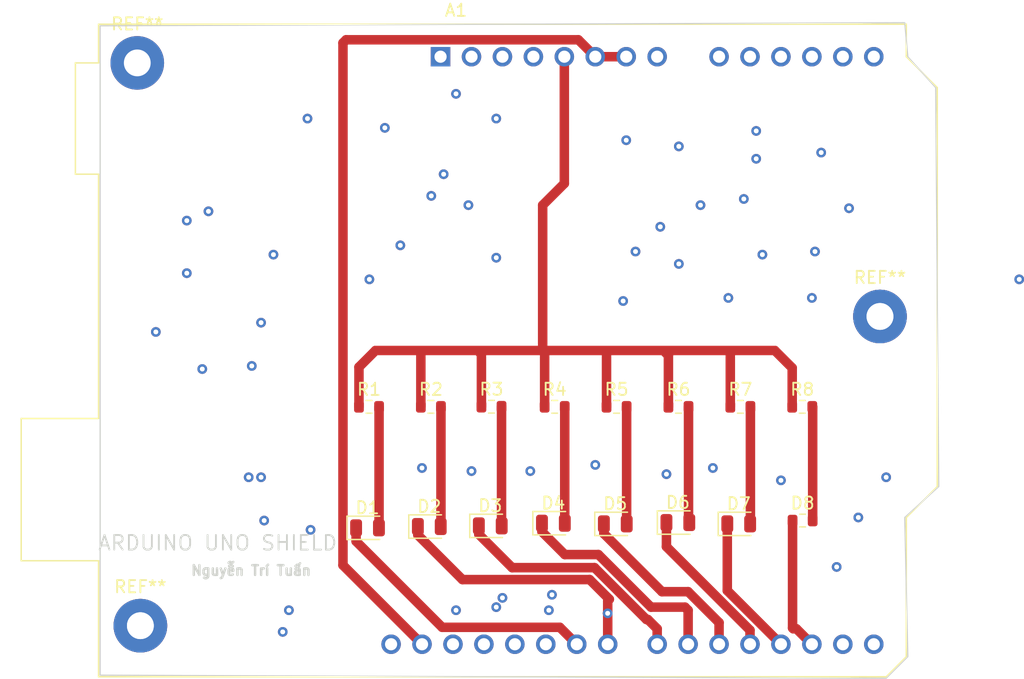
<source format=kicad_pcb>
(kicad_pcb (version 20221018) (generator pcbnew)
  (layers (0 "F.Cu" signal) (31 "B.Cu" signal) (34 "B.Paste" user) (35 "F.Paste" user) (36 "B.SilkS" user "B.Silkscreen") (37 "F.SilkS" user "F.Silkscreen") (38 "B.Mask" user) (39 "F.Mask" user) (44 "Edge.Cuts" user))
  (net 0 "")
  (net 5 "Net-(A1-+5V)")
  (net 6 "GND")
  (net 16 "Net-(A1-D2)")
  (net 17 "Net-(A1-D3)")
  (net 18 "Net-(A1-D4)")
  (net 19 "Net-(A1-D5)")
  (net 20 "Net-(A1-D6)")
  (net 21 "Net-(A1-D7)")
  (net 22 "Net-(A1-D8)")
  (net 23 "Net-(A1-D9)")
  (net 29 "Net-(D1-A)")
  (net 30 "Net-(D2-A)")
  (net 31 "Net-(D3-A)")
  (net 32 "Net-(D4-A)")
  (net 33 "Net-(D5-A)")
  (net 34 "Net-(D6-A)")
  (net 35 "Net-(D7-A)")
  (net 36 "Net-(D8-A)")
  (footprint "MountingHole:MountingHole_2.2mm_M2_Pad" (layer "F.Cu") (at 178.308 92.456)
    (fp_text reference "REF**" (at 0 -3.2) (layer "F.SilkS"))
    (fp_text value "MountingHole_2.2mm_M2_Pad")
    (pad "1" thru_hole circle (at 0 0) (size 4.4 4.4) (drill 2.2) (layers "*.Cu" "*.Mask"))
  )
  (footprint "" (layer "F.Cu") (at 117.602 117.856)
    (fp_text reference "" (at 0 0) (layer "F.SilkS") (effects (font (size 1.27 1.27))))
    (fp_text value "" (at 0 0) (layer "F.SilkS") (effects (font (size 1.27 1.27))))
    (pad "1" thru_hole circle (at 0 0) (size 4.4 4.4) (drill 2.2) (layers "*.Cu" "*.Mask"))
  )
  (footprint "LED_SMD:LED_0805_2012Metric" (layer "F.Cu") (at 146.321889 109.656178)
    (fp_text reference "D3" (at 0 -1.65) (layer "F.SilkS"))
    (fp_text value "LED")
    (fp_line (start -1.685 -0.96) (end -1.685 0.96) (stroke (width 0.12)) (layer "F.SilkS"))
    (fp_line (start -1.685 0.96) (end 1 0.96) (stroke (width 0.12)) (layer "F.SilkS"))
    (fp_line (start 1 -0.96) (end -1.685 -0.96) (stroke (width 0.12)) (layer "F.SilkS"))
    (pad "1" smd roundrect (at -0.9375 0) (size 0.975 1.4) (layers "F.Cu" "F.Paste" "F.Mask") (net 21 "Net-(A1-D7)"))
    (pad "2" smd roundrect (at 0.9375 0) (size 0.975 1.4) (layers "F.Cu" "F.Paste" "F.Mask") (net 31 "Net-(D3-A)"))
  )
  (footprint "LED_SMD:LED_0805_2012Metric" (layer "F.Cu") (at 136.24588 109.819745)
    (fp_text reference "D1" (at 0 -1.65) (layer "F.SilkS"))
    (fp_text value "LED")
    (fp_line (start -1.685 -0.96) (end -1.685 0.96) (stroke (width 0.12)) (layer "F.SilkS"))
    (fp_line (start -1.685 0.96) (end 1 0.96) (stroke (width 0.12)) (layer "F.SilkS"))
    (fp_line (start 1 -0.96) (end -1.685 -0.96) (stroke (width 0.12)) (layer "F.SilkS"))
    (pad "1" smd roundrect (at -0.9375 0) (size 0.975 1.4) (layers "F.Cu" "F.Paste" "F.Mask") (net 23 "Net-(A1-D9)"))
    (pad "2" smd roundrect (at 0.9375 0) (size 0.975 1.4) (layers "F.Cu" "F.Paste" "F.Mask") (net 29 "Net-(D1-A)"))
  )
  (footprint "LED_SMD:LED_0805_2012Metric" (layer "F.Cu") (at 166.713237 109.492611)
    (fp_text reference "D7" (at 0 -1.65) (layer "F.SilkS"))
    (fp_text value "LED")
    (fp_line (start -1.685 -0.96) (end -1.685 0.96) (stroke (width 0.12)) (layer "F.SilkS"))
    (fp_line (start -1.685 0.96) (end 1 0.96) (stroke (width 0.12)) (layer "F.SilkS"))
    (fp_line (start 1 -0.96) (end -1.685 -0.96) (stroke (width 0.12)) (layer "F.SilkS"))
    (pad "1" smd roundrect (at -0.9375 0) (size 0.975 1.4) (layers "F.Cu" "F.Paste" "F.Mask") (net 17 "Net-(A1-D3)"))
    (pad "2" smd roundrect (at 0.9375 0) (size 0.975 1.4) (layers "F.Cu" "F.Paste" "F.Mask") (net 35 "Net-(D7-A)"))
  )
  (footprint "Resistor_SMD:R_0603_1608Metric" (layer "F.Cu") (at 171.92805 99.877835)
    (fp_text reference "R8" (at 0 -1.43) (layer "F.SilkS"))
    (fp_text value "247")
    (fp_line (start -0.237258 -0.5225) (end 0.237258 -0.5225) (stroke (width 0.12)) (layer "F.SilkS"))
    (fp_line (start -0.237258 0.5225) (end 0.237258 0.5225) (stroke (width 0.12)) (layer "F.SilkS"))
    (pad "1" smd roundrect (at -0.825 0) (size 0.8 0.95) (layers "F.Cu" "F.Paste" "F.Mask") (net 5 "Net-(A1-+5V)"))
    (pad "2" smd roundrect (at 0.825 0) (size 0.8 0.95) (layers "F.Cu" "F.Paste" "F.Mask") (net 36 "Net-(D8-A)"))
  )
  (footprint "Resistor_SMD:R_0603_1608Metric" (layer "F.Cu") (at 146.419915 99.869085)
    (fp_text reference "R3" (at 0 -1.43) (layer "F.SilkS"))
    (fp_text value "247")
    (fp_line (start -0.237258 -0.5225) (end 0.237258 -0.5225) (stroke (width 0.12)) (layer "F.SilkS"))
    (fp_line (start -0.237258 0.5225) (end 0.237258 0.5225) (stroke (width 0.12)) (layer "F.SilkS"))
    (pad "1" smd roundrect (at -0.825 0) (size 0.8 0.95) (layers "F.Cu" "F.Paste" "F.Mask") (net 5 "Net-(A1-+5V)"))
    (pad "2" smd roundrect (at 0.825 0) (size 0.8 0.95) (layers "F.Cu" "F.Paste" "F.Mask") (net 31 "Net-(D3-A)"))
  )
  (footprint "Resistor_SMD:R_0603_1608Metric" (layer "F.Cu") (at 151.60805 99.877835)
    (fp_text reference "R4" (at 0 -1.43) (layer "F.SilkS"))
    (fp_text value "247")
    (fp_line (start -0.237258 -0.5225) (end 0.237258 -0.5225) (stroke (width 0.12)) (layer "F.SilkS"))
    (fp_line (start -0.237258 0.5225) (end 0.237258 0.5225) (stroke (width 0.12)) (layer "F.SilkS"))
    (pad "1" smd roundrect (at -0.825 0) (size 0.8 0.95) (layers "F.Cu" "F.Paste" "F.Mask") (net 5 "Net-(A1-+5V)"))
    (pad "2" smd roundrect (at 0.825 0) (size 0.8 0.95) (layers "F.Cu" "F.Paste" "F.Mask") (net 32 "Net-(D4-A)"))
  )
  (footprint "Resistor_SMD:R_0603_1608Metric" (layer "F.Cu") (at 161.76805 99.877835)
    (fp_text reference "R6" (at 0 -1.43) (layer "F.SilkS"))
    (fp_text value "247")
    (fp_line (start -0.237258 -0.5225) (end 0.237258 -0.5225) (stroke (width 0.12)) (layer "F.SilkS"))
    (fp_line (start -0.237258 0.5225) (end 0.237258 0.5225) (stroke (width 0.12)) (layer "F.SilkS"))
    (pad "1" smd roundrect (at -0.825 0) (size 0.8 0.95) (layers "F.Cu" "F.Paste" "F.Mask") (net 5 "Net-(A1-+5V)"))
    (pad "2" smd roundrect (at 0.825 0) (size 0.8 0.95) (layers "F.Cu" "F.Paste" "F.Mask") (net 34 "Net-(D6-A)"))
  )
  (footprint "Resistor_SMD:R_0603_1608Metric" (layer "F.Cu") (at 156.68805 99.877835)
    (fp_text reference "R5" (at 0 -1.43) (layer "F.SilkS"))
    (fp_text value "247")
    (fp_line (start -0.237258 -0.5225) (end 0.237258 -0.5225) (stroke (width 0.12)) (layer "F.SilkS"))
    (fp_line (start -0.237258 0.5225) (end 0.237258 0.5225) (stroke (width 0.12)) (layer "F.SilkS"))
    (pad "1" smd roundrect (at -0.825 0) (size 0.8 0.95) (layers "F.Cu" "F.Paste" "F.Mask") (net 5 "Net-(A1-+5V)"))
    (pad "2" smd roundrect (at 0.825 0) (size 0.8 0.95) (layers "F.Cu" "F.Paste" "F.Mask") (net 33 "Net-(D5-A)"))
  )
  (footprint "MountingHole:MountingHole_2.2mm_M2_Pad" (layer "F.Cu") (at 117.348 71.628)
    (fp_text reference "REF**" (at 0 -3.2) (layer "F.SilkS"))
    (fp_text value "MountingHole_2.2mm_M2_Pad")
    (pad "1" thru_hole circle (at 0 0) (size 4.4 4.4) (drill 2.2) (layers "*.Cu" "*.Mask"))
  )
  (footprint "Resistor_SMD:R_0603_1608Metric" (layer "F.Cu") (at 166.84805 99.877835)
    (fp_text reference "R7" (at 0 -1.43) (layer "F.SilkS"))
    (fp_text value "247")
    (fp_line (start -0.237258 -0.5225) (end 0.237258 -0.5225) (stroke (width 0.12)) (layer "F.SilkS"))
    (fp_line (start -0.237258 0.5225) (end 0.237258 0.5225) (stroke (width 0.12)) (layer "F.SilkS"))
    (pad "1" smd roundrect (at -0.825 0) (size 0.8 0.95) (layers "F.Cu" "F.Paste" "F.Mask") (net 5 "Net-(A1-+5V)"))
    (pad "2" smd roundrect (at 0.825 0) (size 0.8 0.95) (layers "F.Cu" "F.Paste" "F.Mask") (net 35 "Net-(D7-A)"))
  )
  (footprint "LED_SMD:LED_0805_2012Metric" (layer "F.Cu") (at 156.582706 109.492611)
    (fp_text reference "D5" (at 0 -1.65) (layer "F.SilkS"))
    (fp_text value "LED")
    (fp_line (start -1.685 -0.96) (end -1.685 0.96) (stroke (width 0.12)) (layer "F.SilkS"))
    (fp_line (start -1.685 0.96) (end 1 0.96) (stroke (width 0.12)) (layer "F.SilkS"))
    (fp_line (start 1 -0.96) (end -1.685 -0.96) (stroke (width 0.12)) (layer "F.SilkS"))
    (pad "1" smd roundrect (at -0.9375 0) (size 0.975 1.4) (layers "F.Cu" "F.Paste" "F.Mask") (net 19 "Net-(A1-D5)"))
    (pad "2" smd roundrect (at 0.9375 0) (size 0.975 1.4) (layers "F.Cu" "F.Paste" "F.Mask") (net 33 "Net-(D5-A)"))
  )
  (footprint "LED_SMD:LED_0805_2012Metric" (layer "F.Cu") (at 161.718424 109.383567)
    (fp_text reference "D6" (at 0 -1.65) (layer "F.SilkS"))
    (fp_text value "LED")
    (fp_line (start -1.685 -0.96) (end -1.685 0.96) (stroke (width 0.12)) (layer "F.SilkS"))
    (fp_line (start -1.685 0.96) (end 1 0.96) (stroke (width 0.12)) (layer "F.SilkS"))
    (fp_line (start 1 -0.96) (end -1.685 -0.96) (stroke (width 0.12)) (layer "F.SilkS"))
    (pad "1" smd roundrect (at -0.9375 0) (size 0.975 1.4) (layers "F.Cu" "F.Paste" "F.Mask") (net 18 "Net-(A1-D4)"))
    (pad "2" smd roundrect (at 0.9375 0) (size 0.975 1.4) (layers "F.Cu" "F.Paste" "F.Mask") (net 34 "Net-(D6-A)"))
  )
  (footprint "MountingHole:MountingHole_2.2mm_M2_Pad" (layer "F.Cu") (at 117.602 117.856)
    (fp_text reference "REF**" (at 0 -3.2) (layer "F.SilkS"))
    (fp_text value "MountingHole_2.2mm_M2_Pad")
    (pad "1" thru_hole circle (at 0 0) (size 4.4 4.4) (drill 2.2) (layers "*.Cu" "*.Mask"))
  )
  (footprint "LED_SMD:LED_0805_2012Metric" (layer "F.Cu") (at 151.501509 109.438089)
    (fp_text reference "D4" (at 0 -1.65) (layer "F.SilkS"))
    (fp_text value "LED")
    (fp_line (start -1.685 -0.96) (end -1.685 0.96) (stroke (width 0.12)) (layer "F.SilkS"))
    (fp_line (start -1.685 0.96) (end 1 0.96) (stroke (width 0.12)) (layer "F.SilkS"))
    (fp_line (start 1 -0.96) (end -1.685 -0.96) (stroke (width 0.12)) (layer "F.SilkS"))
    (pad "1" smd roundrect (at -0.9375 0) (size 0.975 1.4) (layers "F.Cu" "F.Paste" "F.Mask") (net 20 "Net-(A1-D6)"))
    (pad "2" smd roundrect (at 0.9375 0) (size 0.975 1.4) (layers "F.Cu" "F.Paste" "F.Mask") (net 32 "Net-(D4-A)"))
  )
  (footprint "LED_SMD:LED_0805_2012Metric" (layer "F.Cu") (at 141.316456 109.710701)
    (fp_text reference "D2" (at 0 -1.65) (layer "F.SilkS"))
    (fp_text value "LED")
    (fp_line (start -1.685 -0.96) (end -1.685 0.96) (stroke (width 0.12)) (layer "F.SilkS"))
    (fp_line (start -1.685 0.96) (end 1 0.96) (stroke (width 0.12)) (layer "F.SilkS"))
    (fp_line (start 1 -0.96) (end -1.685 -0.96) (stroke (width 0.12)) (layer "F.SilkS"))
    (pad "1" smd roundrect (at -0.9375 0) (size 0.975 1.4) (layers "F.Cu" "F.Paste" "F.Mask") (net 22 "Net-(A1-D8)"))
    (pad "2" smd roundrect (at 0.9375 0) (size 0.975 1.4) (layers "F.Cu" "F.Paste" "F.Mask") (net 30 "Net-(D2-A)"))
  )
  (footprint "Resistor_SMD:R_0603_1608Metric" (layer "F.Cu") (at 171.958 109.22)
    (fp_text reference "D8" (at 0 -1.43) (layer "F.SilkS"))
    (fp_text value "LED")
    (fp_line (start -0.237258 -0.5225) (end 0.237258 -0.5225) (stroke (width 0.12)) (layer "F.SilkS"))
    (fp_line (start -0.237258 0.5225) (end 0.237258 0.5225) (stroke (width 0.12)) (layer "F.SilkS"))
    (pad "1" smd roundrect (at -0.825 0) (size 0.8 0.95) (layers "F.Cu" "F.Paste" "F.Mask") (net 16 "Net-(A1-D2)"))
    (pad "2" smd roundrect (at 0.825 0) (size 0.8 0.95) (layers "F.Cu" "F.Paste" "F.Mask") (net 36 "Net-(D8-A)"))
  )
  (footprint "Module:Arduino_UNO_R2" (layer "F.Cu") (at 142.24 71.12)
    (fp_text reference "A1" (at 1.27 -3.81 180) (layer "F.SilkS"))
    (fp_text value "Arduino_UNO_R2")
    (fp_line (start -34.42 29.72) (end -34.42 41.4) (stroke (width 0.12)) (layer "F.SilkS"))
    (fp_line (start -34.42 41.4) (end -28.07 41.4) (stroke (width 0.12)) (layer "F.SilkS"))
    (fp_line (start -29.97 0.51) (end -29.97 9.65) (stroke (width 0.12)) (layer "F.SilkS"))
    (fp_line (start -29.97 9.65) (end -28.07 9.65) (stroke (width 0.12)) (layer "F.SilkS"))
    (fp_line (start -28.07 -2.67) (end -28.07 0.51) (stroke (width 0.12)) (layer "F.SilkS"))
    (fp_line (start -28.07 0.51) (end -29.97 0.51) (stroke (width 0.12)) (layer "F.SilkS"))
    (fp_line (start -28.07 9.65) (end -28.07 29.72) (stroke (width 0.12)) (layer "F.SilkS"))
    (fp_line (start -28.07 29.72) (end -34.42 29.72) (stroke (width 0.12)) (layer "F.SilkS"))
    (fp_line (start -28.07 41.4) (end -28.07 50.93) (stroke (width 0.12)) (layer "F.SilkS"))
    (fp_line (start -28.07 50.93) (end 36.58 50.93) (stroke (width 0.12)) (layer "F.SilkS"))
    (fp_line (start 36.58 50.93) (end 38.23 49.28) (stroke (width 0.12)) (layer "F.SilkS"))
    (fp_line (start 38.23 -2.67) (end -28.07 -2.67) (stroke (width 0.12)) (layer "F.SilkS"))
    (fp_line (start 38.23 0) (end 38.23 -2.67) (stroke (width 0.12)) (layer "F.SilkS"))
    (fp_line (start 38.23 37.85) (end 40.77 35.31) (stroke (width 0.12)) (layer "F.SilkS"))
    (fp_line (start 38.23 49.28) (end 38.23 37.85) (stroke (width 0.12)) (layer "F.SilkS"))
    (fp_line (start 40.77 2.54) (end 38.23 0) (stroke (width 0.12)) (layer "F.SilkS"))
    (fp_line (start 40.77 35.31) (end 40.77 2.54) (stroke (width 0.12)) (layer "F.SilkS"))
    (pad "1" thru_hole rect (at 0 0 90) (size 1.6 1.6) (drill 1) (layers "*.Cu" "*.Mask"))
    (pad "2" thru_hole oval (at 2.54 0 90) (size 1.6 1.6) (drill 1) (layers "*.Cu" "*.Mask"))
    (pad "3" thru_hole oval (at 5.08 0 90) (size 1.6 1.6) (drill 1) (layers "*.Cu" "*.Mask"))
    (pad "4" thru_hole oval (at 7.62 0 90) (size 1.6 1.6) (drill 1) (layers "*.Cu" "*.Mask"))
    (pad "5" thru_hole oval (at 10.16 0 90) (size 1.6 1.6) (drill 1) (layers "*.Cu" "*.Mask") (net 5 "Net-(A1-+5V)"))
    (pad "6" thru_hole oval (at 12.7 0 90) (size 1.6 1.6) (drill 1) (layers "*.Cu" "*.Mask") (net 6 "GND"))
    (pad "7" thru_hole oval (at 15.24 0 90) (size 1.6 1.6) (drill 1) (layers "*.Cu" "*.Mask") (net 6 "GND"))
    (pad "8" thru_hole oval (at 17.78 0 90) (size 1.6 1.6) (drill 1) (layers "*.Cu" "*.Mask"))
    (pad "9" thru_hole oval (at 22.86 0 90) (size 1.6 1.6) (drill 1) (layers "*.Cu" "*.Mask"))
    (pad "10" thru_hole oval (at 25.4 0 90) (size 1.6 1.6) (drill 1) (layers "*.Cu" "*.Mask"))
    (pad "11" thru_hole oval (at 27.94 0 90) (size 1.6 1.6) (drill 1) (layers "*.Cu" "*.Mask"))
    (pad "12" thru_hole oval (at 30.48 0 90) (size 1.6 1.6) (drill 1) (layers "*.Cu" "*.Mask"))
    (pad "13" thru_hole oval (at 33.02 0 90) (size 1.6 1.6) (drill 1) (layers "*.Cu" "*.Mask"))
    (pad "14" thru_hole oval (at 35.56 0 90) (size 1.6 1.6) (drill 1) (layers "*.Cu" "*.Mask"))
    (pad "15" thru_hole oval (at 35.56 48.26 90) (size 1.6 1.6) (drill 1) (layers "*.Cu" "*.Mask"))
    (pad "16" thru_hole oval (at 33.02 48.26 90) (size 1.6 1.6) (drill 1) (layers "*.Cu" "*.Mask"))
    (pad "17" thru_hole oval (at 30.48 48.26 90) (size 1.6 1.6) (drill 1) (layers "*.Cu" "*.Mask") (net 16 "Net-(A1-D2)"))
    (pad "18" thru_hole oval (at 27.94 48.26 90) (size 1.6 1.6) (drill 1) (layers "*.Cu" "*.Mask") (net 17 "Net-(A1-D3)"))
    (pad "19" thru_hole oval (at 25.4 48.26 90) (size 1.6 1.6) (drill 1) (layers "*.Cu" "*.Mask") (net 18 "Net-(A1-D4)"))
    (pad "20" thru_hole oval (at 22.86 48.26 90) (size 1.6 1.6) (drill 1) (layers "*.Cu" "*.Mask") (net 19 "Net-(A1-D5)"))
    (pad "21" thru_hole oval (at 20.32 48.26 90) (size 1.6 1.6) (drill 1) (layers "*.Cu" "*.Mask") (net 20 "Net-(A1-D6)"))
    (pad "22" thru_hole oval (at 17.78 48.26 90) (size 1.6 1.6) (drill 1) (layers "*.Cu" "*.Mask") (net 21 "Net-(A1-D7)"))
    (pad "23" thru_hole oval (at 13.72 48.26 90) (size 1.6 1.6) (drill 1) (layers "*.Cu" "*.Mask") (net 22 "Net-(A1-D8)"))
    (pad "24" thru_hole oval (at 11.18 48.26 90) (size 1.6 1.6) (drill 1) (layers "*.Cu" "*.Mask") (net 23 "Net-(A1-D9)"))
    (pad "25" thru_hole oval (at 8.64 48.26 90) (size 1.6 1.6) (drill 1) (layers "*.Cu" "*.Mask"))
    (pad "26" thru_hole oval (at 6.1 48.26 90) (size 1.6 1.6) (drill 1) (layers "*.Cu" "*.Mask"))
    (pad "27" thru_hole oval (at 3.56 48.26 90) (size 1.6 1.6) (drill 1) (layers "*.Cu" "*.Mask"))
    (pad "28" thru_hole oval (at 1.02 48.26 90) (size 1.6 1.6) (drill 1) (layers "*.Cu" "*.Mask"))
    (pad "29" thru_hole oval (at -1.52 48.26 90) (size 1.6 1.6) (drill 1) (layers "*.Cu" "*.Mask") (net 6 "GND"))
    (pad "30" thru_hole oval (at -4.06 48.26 90) (size 1.6 1.6) (drill 1) (layers "*.Cu" "*.Mask"))
  )
  (footprint "Resistor_SMD:R_0603_1608Metric" (layer "F.Cu") (at 141.44805 99.877835)
    (fp_text reference "R2" (at 0 -1.43) (layer "F.SilkS"))
    (fp_text value "247")
    (fp_line (start -0.237258 -0.5225) (end 0.237258 -0.5225) (stroke (width 0.12)) (layer "F.SilkS"))
    (fp_line (start -0.237258 0.5225) (end 0.237258 0.5225) (stroke (width 0.12)) (layer "F.SilkS"))
    (pad "1" smd roundrect (at -0.825 0) (size 0.8 0.95) (layers "F.Cu" "F.Paste" "F.Mask") (net 5 "Net-(A1-+5V)"))
    (pad "2" smd roundrect (at 0.825 0) (size 0.8 0.95) (layers "F.Cu" "F.Paste" "F.Mask") (net 30 "Net-(D2-A)"))
  )
  (footprint "Resistor_SMD:R_0603_1608Metric" (layer "F.Cu") (at 136.36805 99.877835)
    (fp_text reference "R1" (at 0 -1.43) (layer "F.SilkS"))
    (fp_text value "247")
    (fp_line (start -0.237258 -0.5225) (end 0.237258 -0.5225) (stroke (width 0.12)) (layer "F.SilkS"))
    (fp_line (start -0.237258 0.5225) (end 0.237258 0.5225) (stroke (width 0.12)) (layer "F.SilkS"))
    (pad "1" smd roundrect (at -0.825 0) (size 0.8 0.95) (layers "F.Cu" "F.Paste" "F.Mask") (net 5 "Net-(A1-+5V)"))
    (pad "2" smd roundrect (at 0.825 0) (size 0.8 0.95) (layers "F.Cu" "F.Paste" "F.Mask") (net 29 "Net-(D1-A)"))
  )
  (footprint "" (layer "F.Cu") (at 178.308 92.456)
    (fp_text reference "" (at 0 0) (layer "F.SilkS") (effects (font (size 1.27 1.27))))
    (fp_text value "" (at 0 0) (layer "F.SilkS") (effects (font (size 1.27 1.27))))
    (pad "1" thru_hole circle (at 0 0) (size 4.4 4.4) (drill 2.2) (layers "*.Cu" "*.Mask"))
  )
  (gr_poly (pts (xy 114.3 68.58) (xy 180.34 68.326) (xy 180.594 71.12) (xy 182.88 73.66) (xy 183.134 106.426) (xy 180.34 108.966) (xy 180.594 120.396) (xy 178.816 122.174) (xy 114.3 121.92)) (stroke (width 0.1)) (fill none) (layer "Edge.Cuts"))
  (gr_text "ARDUINO UNO SHIELD" (at 114.046 111.76) (layer "Edge.Cuts") (effects (font (size 1.2 1.2)) (justify left bottom)))
  (gr_text "Nguyễn Trí Tuấn" (at 121.666 113.792) (layer "Edge.Cuts") (effects (font (size 0.8 0.8) (thickness 0.2) bold) (justify left bottom)))
  (via (at 143.51 74.168) (size 0.8) (drill 0.4) (layers "F.Cu" "B.Cu") (net 0))
  (via (at 163.576 83.312) (size 0.8) (drill 0.4) (layers "F.Cu" "B.Cu") (net 0))
  (via (at 161.798 88.138) (size 0.8) (drill 0.4) (layers "F.Cu" "B.Cu") (net 0))
  (via (at 172.974 87.122) (size 0.8) (drill 0.4) (layers "F.Cu" "B.Cu") (net 0))
  (via (at 157.226 91.186) (size 0.8) (drill 0.4) (layers "F.Cu" "B.Cu") (net 0))
  (via (at 178.816 105.664) (size 0.8) (drill 0.4) (layers "F.Cu" "B.Cu") (net 0))
  (via (at 129.794 116.586) (size 0.8) (drill 0.4) (layers "F.Cu" "B.Cu") (net 0))
  (via (at 137.668 76.962) (size 0.8) (drill 0.4) (layers "F.Cu" "B.Cu") (net 0))
  (via (at 136.398 89.408) (size 0.8) (drill 0.4) (layers "F.Cu" "B.Cu") (net 0))
  (via (at 189.738 89.408) (size 0.8) (drill 0.4) (layers "F.Cu" "B.Cu") (net 0))
  (via (at 140.716 104.902) (size 0.8) (drill 0.4) (layers "F.Cu" "B.Cu") (net 0))
  (via (at 127.508 105.664) (size 0.8) (drill 0.4) (layers "F.Cu" "B.Cu") (net 0))
  (via (at 175.768 83.566) (size 0.8) (drill 0.4) (layers "F.Cu" "B.Cu") (net 0))
  (via (at 123.19 83.82) (size 0.8) (drill 0.4) (layers "F.Cu" "B.Cu") (net 0))
  (via (at 131.572 109.982) (size 0.8) (drill 0.4) (layers "F.Cu" "B.Cu") (net 0))
  (via (at 168.148 79.502) (size 0.8) (drill 0.4) (layers "F.Cu" "B.Cu") (net 0))
  (via (at 129.286 118.364) (size 0.8) (drill 0.4) (layers "F.Cu" "B.Cu") (net 0))
  (via (at 144.78 105.156) (size 0.8) (drill 0.4) (layers "F.Cu" "B.Cu") (net 0))
  (via (at 138.938 86.614) (size 0.8) (drill 0.4) (layers "F.Cu" "B.Cu") (net 0))
  (via (at 158.242 87.122) (size 0.8) (drill 0.4) (layers "F.Cu" "B.Cu") (net 0))
  (via (at 161.798 78.486) (size 0.8) (drill 0.4) (layers "F.Cu" "B.Cu") (net 0))
  (via (at 160.274 85.09) (size 0.8) (drill 0.4) (layers "F.Cu" "B.Cu") (net 0))
  (via (at 118.872 93.726) (size 0.8) (drill 0.4) (layers "F.Cu" "B.Cu") (net 0))
  (via (at 146.812 87.63) (size 0.8) (drill 0.4) (layers "F.Cu" "B.Cu") (net 0))
  (via (at 141.478 82.55) (size 0.8) (drill 0.4) (layers "F.Cu" "B.Cu") (net 0))
  (via (at 128.524 87.376) (size 0.8) (drill 0.4) (layers "F.Cu" "B.Cu") (net 0))
  (via (at 127.762 109.22) (size 0.8) (drill 0.4) (layers "F.Cu" "B.Cu") (net 0))
  (via (at 149.606 105.156) (size 0.8) (drill 0.4) (layers "F.Cu" "B.Cu") (net 0))
  (via (at 142.494 80.772) (size 0.8) (drill 0.4) (layers "F.Cu" "B.Cu") (net 0))
  (via (at 151.384 115.316) (size 0.8) (drill 0.4) (layers "F.Cu" "B.Cu") (net 0))
  (via (at 126.746 96.52) (size 0.8) (drill 0.4) (layers "F.Cu" "B.Cu") (net 0))
  (via (at 157.48 77.978) (size 0.8) (drill 0.4) (layers "F.Cu" "B.Cu") (net 0))
  (via (at 165.862 90.932) (size 0.8) (drill 0.4) (layers "F.Cu" "B.Cu") (net 0))
  (via (at 121.412 88.9) (size 0.8) (drill 0.4) (layers "F.Cu" "B.Cu") (net 0))
  (via (at 168.148 77.216) (size 0.8) (drill 0.4) (layers "F.Cu" "B.Cu") (net 0))
  (via (at 176.53 108.966) (size 0.8) (drill 0.4) (layers "F.Cu" "B.Cu") (net 0))
  (via (at 127.508 92.964) (size 0.8) (drill 0.4) (layers "F.Cu" "B.Cu") (net 0))
  (via (at 143.51 116.586) (size 0.8) (drill 0.4) (layers "F.Cu" "B.Cu") (net 0))
  (via (at 168.656 87.376) (size 0.8) (drill 0.4) (layers "F.Cu" "B.Cu") (net 0))
  (via (at 174.752 113.03) (size 0.8) (drill 0.4) (layers "F.Cu" "B.Cu") (net 0))
  (via (at 151.13 116.586) (size 0.8) (drill 0.4) (layers "F.Cu" "B.Cu") (net 0))
  (via (at 147.32 115.57) (size 0.8) (drill 0.4) (layers "F.Cu" "B.Cu") (net 0))
  (via (at 122.682 96.774) (size 0.8) (drill 0.4) (layers "F.Cu" "B.Cu") (net 0))
  (via (at 173.482 78.994) (size 0.8) (drill 0.4) (layers "F.Cu" "B.Cu") (net 0))
  (via (at 126.492 105.664) (size 0.8) (drill 0.4) (layers "F.Cu" "B.Cu") (net 0))
  (via (at 160.782 105.41) (size 0.8) (drill 0.4) (layers "F.Cu" "B.Cu") (net 0))
  (via (at 170.18 105.918) (size 0.8) (drill 0.4) (layers "F.Cu" "B.Cu") (net 0))
  (via (at 146.812 76.2) (size 0.8) (drill 0.4) (layers "F.Cu" "B.Cu") (net 0))
  (via (at 172.72 90.932) (size 0.8) (drill 0.4) (layers "F.Cu" "B.Cu") (net 0))
  (via (at 146.812 116.332) (size 0.8) (drill 0.4) (layers "F.Cu" "B.Cu") (net 0))
  (via (at 167.132 82.804) (size 0.8) (drill 0.4) (layers "F.Cu" "B.Cu") (net 0))
  (via (at 144.526 83.312) (size 0.8) (drill 0.4) (layers "F.Cu" "B.Cu") (net 0))
  (via (at 121.412 84.582) (size 0.8) (drill 0.4) (layers "F.Cu" "B.Cu") (net 0))
  (via (at 131.318 76.2) (size 0.8) (drill 0.4) (layers "F.Cu" "B.Cu") (net 0))
  (via (at 154.94 104.648) (size 0.8) (drill 0.4) (layers "F.Cu" "B.Cu") (net 0))
  (via (at 164.592 104.902) (size 0.8) (drill 0.4) (layers "F.Cu" "B.Cu") (net 0))
  (segment (start 160.94305 95.66505) (end 160.528 95.25) (width 0.78) (layer "F.Cu") (net 5))
  (segment (start 150.78305 99.877835) (end 150.78305 95.41105) (width 0.78) (layer "F.Cu") (net 5))
  (segment (start 152.4 81.534) (end 152.4 71.12) (width 0.78) (layer "F.Cu") (net 5))
  (segment (start 145.594915 99.869085) (end 145.594915 95.556915) (width 0.78) (layer "F.Cu") (net 5))
  (segment (start 150.622 95.25) (end 155.956 95.25) (width 0.78) (layer "F.Cu") (net 5))
  (segment (start 171.10305 96.68105) (end 171.10305 99.877835) (width 0.78) (layer "F.Cu") (net 5))
  (segment (start 160.94305 99.877835) (end 160.94305 95.66505) (width 0.78) (layer "F.Cu") (net 5))
  (segment (start 160.528 95.25) (end 166.116 95.25) (width 0.78) (layer "F.Cu") (net 5))
  (segment (start 166.02305 99.877835) (end 166.02305 95.34295) (width 0.78) (layer "F.Cu") (net 5))
  (segment (start 166.02305 95.34295) (end 166.116 95.25) (width 0.78) (layer "F.Cu") (net 5))
  (segment (start 155.86305 99.877835) (end 155.86305 95.34295) (width 0.78) (layer "F.Cu") (net 5))
  (segment (start 145.288 95.25) (end 150.622 95.25) (width 0.78) (layer "F.Cu") (net 5))
  (segment (start 155.956 95.25) (end 160.528 95.25) (width 0.78) (layer "F.Cu") (net 5))
  (segment (start 135.54305 99.877835) (end 135.54305 96.61295) (width 0.78) (layer "F.Cu") (net 5))
  (segment (start 169.672 95.25) (end 171.10305 96.68105) (width 0.78) (layer "F.Cu") (net 5))
  (segment (start 150.78305 95.41105) (end 150.622 95.25) (width 0.78) (layer "F.Cu") (net 5))
  (segment (start 140.62305 99.877835) (end 140.62305 95.34295) (width 0.78) (layer "F.Cu") (net 5))
  (segment (start 150.622 95.25) (end 150.622 83.312) (width 0.78) (layer "F.Cu") (net 5))
  (segment (start 136.906 95.25) (end 140.716 95.25) (width 0.78) (layer "F.Cu") (net 5))
  (segment (start 150.622 83.312) (end 152.4 81.534) (width 0.78) (layer "F.Cu") (net 5))
  (segment (start 140.716 95.25) (end 145.288 95.25) (width 0.78) (layer "F.Cu") (net 5))
  (segment (start 166.116 95.25) (end 169.672 95.25) (width 0.78) (layer "F.Cu") (net 5))
  (segment (start 140.62305 95.34295) (end 140.716 95.25) (width 0.78) (layer "F.Cu") (net 5))
  (segment (start 135.54305 96.61295) (end 136.906 95.25) (width 0.78) (layer "F.Cu") (net 5))
  (segment (start 145.594915 95.556915) (end 145.288 95.25) (width 0.78) (layer "F.Cu") (net 5))
  (segment (start 155.86305 95.34295) (end 155.956 95.25) (width 0.78) (layer "F.Cu") (net 5))
  (segment (start 153.55 69.73) (end 154.94 71.12) (width 0.78) (layer "F.Cu") (net 6))
  (segment (start 134.486 69.73) (end 153.55 69.73) (width 0.78) (layer "F.Cu") (net 6))
  (segment (start 134.23088 112.89088) (end 134.23088 69.98512) (width 0.78) (layer "F.Cu") (net 6))
  (segment (start 154.94 71.12) (end 157.48 71.12) (width 0.78) (layer "F.Cu") (net 6))
  (segment (start 134.23088 69.98512) (end 134.486 69.73) (width 0.78) (layer "F.Cu") (net 6))
  (segment (start 140.72 119.38) (end 134.23088 112.89088) (width 0.78) (layer "F.Cu") (net 6))
  (segment (start 171.133 118.047) (end 171.133 109.22) (width 0.78) (layer "F.Cu") (net 16))
  (segment (start 172.72 119.38) (end 171.45 118.11) (width 0.78) (layer "F.Cu") (net 16))
  (segment (start 171.196 118.11) (end 171.133 118.047) (width 0.78) (layer "F.Cu") (net 16))
  (segment (start 171.45 118.11) (end 171.196 118.11) (width 0.78) (layer "F.Cu") (net 16))
  (segment (start 170.18 119.38) (end 165.775737 114.975737) (width 0.78) (layer "F.Cu") (net 17))
  (segment (start 165.775737 114.975737) (end 165.775737 109.492611) (width 0.78) (layer "F.Cu") (net 17))
  (segment (start 167.64 119.38) (end 167.64 118.22593) (width 0.78) (layer "F.Cu") (net 18))
  (segment (start 160.780924 111.366854) (end 160.780924 109.383567) (width 0.78) (layer "F.Cu") (net 18))
  (segment (start 167.64 118.22593) (end 160.780924 111.366854) (width 0.78) (layer "F.Cu") (net 18))
  (segment (start 155.645206 110.295136) (end 155.645206 109.492611) (width 0.78) (layer "F.Cu") (net 19))
  (segment (start 162.56 115.062) (end 160.41207 115.062) (width 0.78) (layer "F.Cu") (net 19))
  (segment (start 165.1 117.602) (end 162.56 115.062) (width 0.78) (layer "F.Cu") (net 19))
  (segment (start 160.41207 115.062) (end 155.645206 110.295136) (width 0.78) (layer "F.Cu") (net 19))
  (segment (start 165.1 119.38) (end 165.1 117.602) (width 0.78) (layer "F.Cu") (net 19))
  (segment (start 150.564009 110.138088) (end 150.564009 109.438089) (width 0.78) (layer "F.Cu") (net 20))
  (segment (start 152.439921 112.014) (end 150.564009 110.138088) (width 0.78) (layer "F.Cu") (net 20))
  (segment (start 162.306 116.332) (end 159.512 116.332) (width 0.78) (layer "F.Cu") (net 20))
  (segment (start 162.56 116.586) (end 162.306 116.332) (width 0.78) (layer "F.Cu") (net 20))
  (segment (start 159.512 116.332) (end 155.194 112.014) (width 0.78) (layer "F.Cu") (net 20))
  (segment (start 155.194 112.014) (end 152.439921 112.014) (width 0.78) (layer "F.Cu") (net 20))
  (segment (start 162.56 119.38) (end 162.56 116.586) (width 0.78) (layer "F.Cu") (net 20))
  (segment (start 160.02 118.11) (end 159.258 117.348) (width 0.78) (layer "F.Cu") (net 21))
  (segment (start 145.384389 110.356177) (end 145.384389 109.656178) (width 0.78) (layer "F.Cu") (net 21))
  (segment (start 159.258 117.348) (end 159.14207 117.348) (width 0.78) (layer "F.Cu") (net 21))
  (segment (start 160.02 119.38) (end 160.02 118.11) (width 0.78) (layer "F.Cu") (net 21))
  (segment (start 154.882035 113.087965) (end 148.116177 113.087965) (width 0.78) (layer "F.Cu") (net 21))
  (segment (start 159.14207 117.348) (end 154.882035 113.087965) (width 0.78) (layer "F.Cu") (net 21))
  (segment (start 148.116177 113.087965) (end 145.384389 110.356177) (width 0.78) (layer "F.Cu") (net 21))
  (segment (start 155.96 116.844) (end 155.956 116.84) (width 0.78) (layer "F.Cu") (net 22))
  (segment (start 155.96 115.82) (end 156.09407 115.68593) (width 0.78) (layer "F.Cu") (net 22))
  (segment (start 154.476105 114.067965) (end 144.036221 114.067965) (width 0.78) (layer "F.Cu") (net 22))
  (segment (start 155.956 116.84) (end 155.96 116.836) (width 0.78) (layer "F.Cu") (net 22))
  (segment (start 144.036221 114.067965) (end 140.378956 110.4107) (width 0.78) (layer "F.Cu") (net 22))
  (segment (start 155.96 119.38) (end 155.96 116.844) (width 0.78) (layer "F.Cu") (net 22))
  (segment (start 140.378956 110.4107) (end 140.378956 109.710701) (width 0.78) (layer "F.Cu") (net 22))
  (segment (start 156.09407 115.68593) (end 154.476105 114.067965) (width 0.78) (layer "F.Cu") (net 22))
  (segment (start 155.96 116.836) (end 155.96 115.82) (width 0.78) (layer "F.Cu") (net 22))
  (via (at 155.956 116.84) (size 0.8) (drill 0.4) (layers "F.Cu" "B.Cu") (net 22))
  (segment (start 142.374 117.99) (end 135.30838 110.92438) (width 0.78) (layer "F.Cu") (net 23))
  (segment (start 135.30838 110.92438) (end 135.30838 109.819745) (width 0.78) (layer "F.Cu") (net 23))
  (segment (start 152.03 117.99) (end 142.374 117.99) (width 0.78) (layer "F.Cu") (net 23))
  (segment (start 153.42 119.38) (end 152.03 117.99) (width 0.78) (layer "F.Cu") (net 23))
  (segment (start 137.19305 109.810075) (end 137.18338 109.819745) (width 0.78) (layer "F.Cu") (net 29))
  (segment (start 137.19305 99.877835) (end 137.19305 109.810075) (width 0.78) (layer "F.Cu") (net 29))
  (segment (start 142.27305 99.877835) (end 142.27305 109.691607) (width 0.78) (layer "F.Cu") (net 30))
  (segment (start 142.27305 109.691607) (end 142.253956 109.710701) (width 0.78) (layer "F.Cu") (net 30))
  (segment (start 147.244915 109.641704) (end 147.259389 109.656178) (width 0.78) (layer "F.Cu") (net 31))
  (segment (start 147.244915 99.869085) (end 147.244915 109.641704) (width 0.78) (layer "F.Cu") (net 31))
  (segment (start 152.43305 99.877835) (end 152.43305 109.43213) (width 0.78) (layer "F.Cu") (net 32))
  (segment (start 152.43305 109.43213) (end 152.439009 109.438089) (width 0.78) (layer "F.Cu") (net 32))
  (segment (start 157.51305 99.877835) (end 157.51305 109.485455) (width 0.78) (layer "F.Cu") (net 33))
  (segment (start 157.51305 109.485455) (end 157.520206 109.492611) (width 0.78) (layer "F.Cu") (net 33))
  (segment (start 162.59305 109.320693) (end 162.655924 109.383567) (width 0.78) (layer "F.Cu") (net 34))
  (segment (start 162.59305 99.877835) (end 162.59305 109.320693) (width 0.78) (layer "F.Cu") (net 34))
  (segment (start 167.67305 109.470298) (end 167.650737 109.492611) (width 0.78) (layer "F.Cu") (net 35))
  (segment (start 167.67305 99.877835) (end 167.67305 109.470298) (width 0.78) (layer "F.Cu") (net 35))
  (segment (start 172.783 99.907785) (end 172.75305 99.877835) (width 0.78) (layer "F.Cu") (net 36))
  (segment (start 172.783 109.22) (end 172.783 99.907785) (width 0.78) (layer "F.Cu") (net 36))
)
</source>
